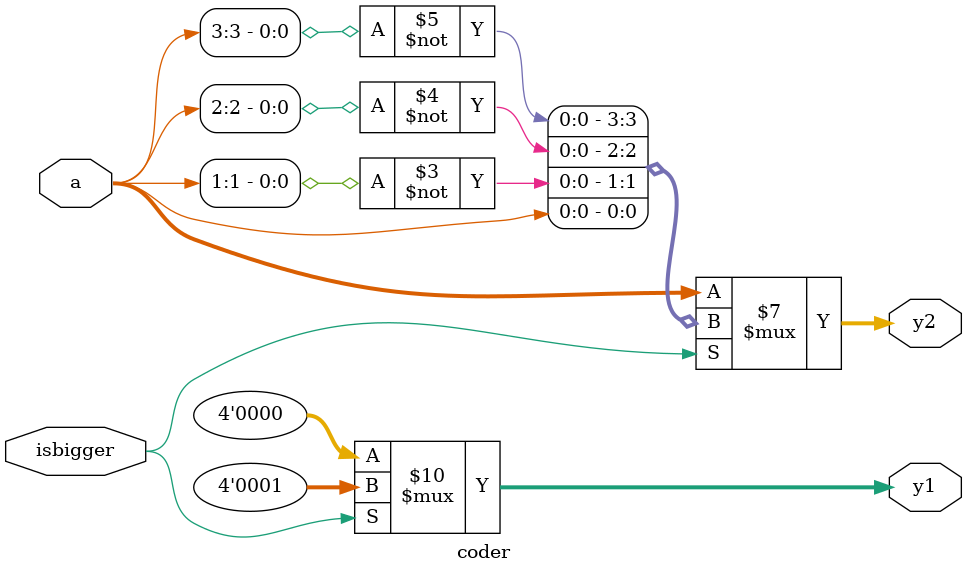
<source format=v>
module coder(
	input isbigger,
	input wire[3:0] a,
	output reg[3:0] y1,
	output reg[3:0] y2
);
	integer i;
	always @(*) begin //******
		if(isbigger==1'b0)
			begin
				y1=4'b0000;
				y2=a;
			end
		else
		begin
			y1=4'b0001;
			y2={~a[3],~a[2],~a[1],a[0]};
		end
	end
endmodule
</source>
